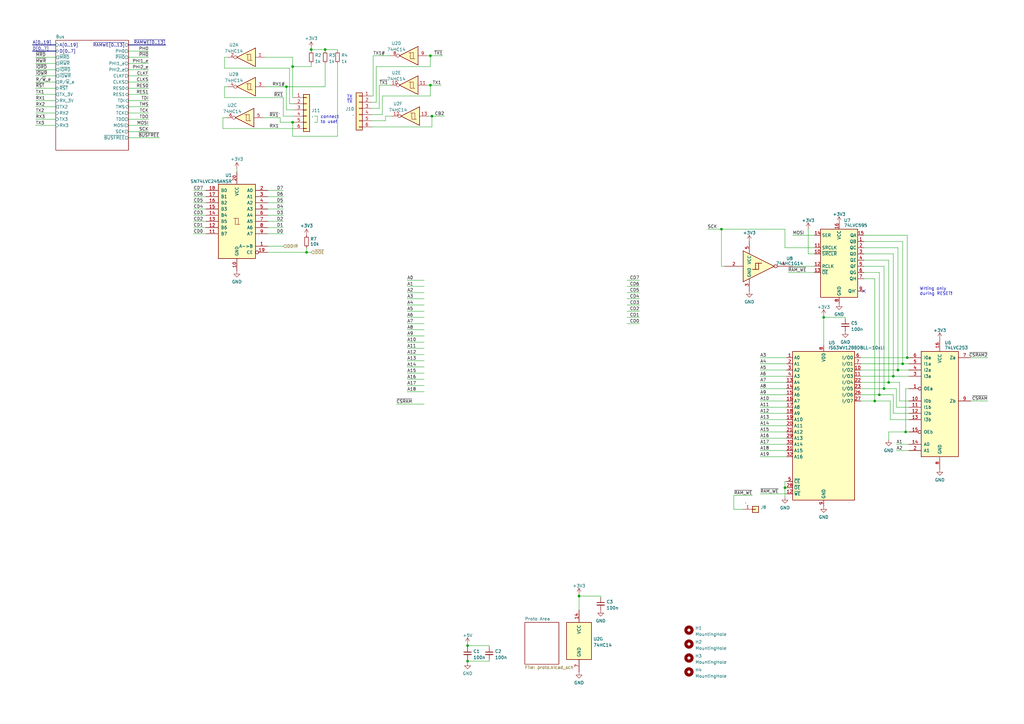
<source format=kicad_sch>
(kicad_sch (version 20230121) (generator eeschema)
  (paper "A3")
  (title_block (title "Unicomp v2 - empty Board") (date "2023-07-06") (rev "v1") (company "100% Offner") (comment 1 "v1: Initial"))
  (lib_symbols
    (symbol "+3V3_1" (power) (pin_names (offset 0))
      (property "Value" "+3V3_1" (at 0 3.556 0))
      (symbol "+3V3_1_0_1"
        (polyline (pts (xy -0.762 1.27) (xy 0 2.54)))
        (polyline (pts (xy 0 0) (xy 0 2.54)))
        (polyline (pts (xy 0 2.54) (xy 0.762 1.27)))
      )
      (symbol "+3V3_1_1_1"
        (pin power_in line (at 0 0 90) (length 0) hide (name "+3V3") (number "1"))
      )
    )
    (symbol "74xGxx:74AHC1G14"
      (property "Reference" "U" (at -2.54 3.81 0))
      (property "Value" "74AHC1G14" (at 0 -3.81 0))
      (symbol "74AHC1G14_0_1"
        (polyline (pts (xy -2.54 -1.27) (xy -1.27 -1.27) (xy -1.27 1.27)) (stroke (width 0.254)) (fill (type background)))
        (polyline (pts (xy -7.62 6.35) (xy -7.62 -6.35) (xy 5.08 0) (xy -7.62 6.35)) (stroke (width 0.254)) (fill (type background)))
        (polyline (pts (xy -3.81 -1.27) (xy -2.54 -1.27) (xy -2.54 1.27) (xy 0 1.27)) (stroke (width 0.254)) (fill (type background)))
      )
      (symbol "74AHC1G14_1_1"
        (pin input line (at -15.24 0 0) (length 7.62) (name "~") (number "2"))
        (pin power_in line (at -5.08 -10.16 90) (length 5.08) (name "GND") (number "3"))
        (pin output inverted (at 12.7 0 180) (length 7.62) (name "~") (number "4"))
        (pin power_in line (at -5.08 10.16 270) (length 5.08) (name "VCC") (number "5"))
      )
    )
    (symbol "74xx:74HC14" (pin_names (offset 1.016))
      (property "Reference" "U" (at 0 1.27 0))
      (property "Value" "74HC14" (at 0 -1.27 0))
      (symbol "74HC14_1_0"
        (polyline (pts (xy -3.81 3.81) (xy -3.81 -3.81) (xy 3.81 0) (xy -3.81 3.81)) (stroke (width 0.254)) (fill (type background)))
        (pin input line (at -7.62 0 0) (length 3.81) (name "~") (number "1"))
        (pin output inverted (at 7.62 0 180) (length 3.81) (name "~") (number "2"))
      )
      (symbol "74HC14_1_1"
        (polyline (pts (xy -1.905 -1.27) (xy -1.905 1.27) (xy -0.635 1.27)))
        (polyline (pts (xy -2.54 -1.27) (xy -0.635 -1.27) (xy -0.635 1.27) (xy 0 1.27)))
      )
      (symbol "74HC14_2_0"
        (polyline (pts (xy -3.81 3.81) (xy -3.81 -3.81) (xy 3.81 0) (xy -3.81 3.81)) (stroke (width 0.254)) (fill (type background)))
        (pin input line (at -7.62 0 0) (length 3.81) (name "~") (number "3"))
        (pin output inverted (at 7.62 0 180) (length 3.81) (name "~") (number "4"))
      )
      (symbol "74HC14_2_1"
        (polyline (pts (xy -1.905 -1.27) (xy -1.905 1.27) (xy -0.635 1.27)))
        (polyline (pts (xy -2.54 -1.27) (xy -0.635 -1.27) (xy -0.635 1.27) (xy 0 1.27)))
      )
      (symbol "74HC14_3_0"
        (polyline (pts (xy -3.81 3.81) (xy -3.81 -3.81) (xy 3.81 0) (xy -3.81 3.81)) (stroke (width 0.254)) (fill (type background)))
        (pin input line (at -7.62 0 0) (length 3.81) (name "~") (number "5"))
        (pin output inverted (at 7.62 0 180) (length 3.81) (name "~") (number "6"))
      )
      (symbol "74HC14_3_1"
        (polyline (pts (xy -1.905 -1.27) (xy -1.905 1.27) (xy -0.635 1.27)))
        (polyline (pts (xy -2.54 -1.27) (xy -0.635 -1.27) (xy -0.635 1.27) (xy 0 1.27)))
      )
      (symbol "74HC14_4_0"
        (polyline (pts (xy -3.81 3.81) (xy -3.81 -3.81) (xy 3.81 0) (xy -3.81 3.81)) (stroke (width 0.254)) (fill (type background)))
        (pin output inverted (at 7.62 0 180) (length 3.81) (name "~") (number "8"))
        (pin input line (at -7.62 0 0) (length 3.81) (name "~") (number "9"))
      )
      (symbol "74HC14_4_1"
        (polyline (pts (xy -1.905 -1.27) (xy -1.905 1.27) (xy -0.635 1.27)))
        (polyline (pts (xy -2.54 -1.27) (xy -0.635 -1.27) (xy -0.635 1.27) (xy 0 1.27)))
      )
      (symbol "74HC14_5_0"
        (polyline (pts (xy -3.81 3.81) (xy -3.81 -3.81) (xy 3.81 0) (xy -3.81 3.81)) (stroke (width 0.254)) (fill (type background)))
        (pin output inverted (at 7.62 0 180) (length 3.81) (name "~") (number "10"))
        (pin input line (at -7.62 0 0) (length 3.81) (name "~") (number "11"))
      )
      (symbol "74HC14_5_1"
        (polyline (pts (xy -1.905 -1.27) (xy -1.905 1.27) (xy -0.635 1.27)))
        (polyline (pts (xy -2.54 -1.27) (xy -0.635 -1.27) (xy -0.635 1.27) (xy 0 1.27)))
      )
      (symbol "74HC14_6_0"
        (polyline (pts (xy -3.81 3.81) (xy -3.81 -3.81) (xy 3.81 0) (xy -3.81 3.81)) (stroke (width 0.254)) (fill (type background)))
        (pin output inverted (at 7.62 0 180) (length 3.81) (name "~") (number "12"))
        (pin input line (at -7.62 0 0) (length 3.81) (name "~") (number "13"))
      )
      (symbol "74HC14_6_1"
        (polyline (pts (xy -1.905 -1.27) (xy -1.905 1.27) (xy -0.635 1.27)))
        (polyline (pts (xy -2.54 -1.27) (xy -0.635 -1.27) (xy -0.635 1.27) (xy 0 1.27)))
      )
      (symbol "74HC14_7_0"
        (pin power_in line (at 0 12.7 270) (length 5.08) (name "VCC") (number "14"))
        (pin power_in line (at 0 -12.7 90) (length 5.08) (name "GND") (number "7"))
      )
      (symbol "74HC14_7_1"
        (rectangle (start -5.08 7.62) (end 5.08 -7.62) (stroke (width 0.254)) (fill (type background)))
      )
    )
    (symbol "74xx:74LS245" (pin_names (offset 1.016))
      (property "Reference" "U" (at -7.62 16.51 0))
      (property "Value" "74LS245" (at -7.62 -16.51 0))
      (symbol "74LS245_1_0"
        (polyline (pts (xy -0.635 -1.27) (xy -0.635 1.27) (xy 0.635 1.27)))
        (polyline (pts (xy -1.27 -1.27) (xy 0.635 -1.27) (xy 0.635 1.27) (xy 1.27 1.27)))
        (pin input line (at -12.7 -10.16 0) (length 5.08) (name "A->B") (number "1"))
        (pin power_in line (at 0 -20.32 90) (length 5.08) (name "GND") (number "10"))
        (pin tri_state line (at 12.7 -5.08 180) (length 5.08) (name "B7") (number "11"))
        (pin tri_state line (at 12.7 -2.54 180) (length 5.08) (name "B6") (number "12"))
        (pin tri_state line (at 12.7 0 180) (length 5.08) (name "B5") (number "13"))
        (pin tri_state line (at 12.7 2.54 180) (length 5.08) (name "B4") (number "14"))
        (pin tri_state line (at 12.7 5.08 180) (length 5.08) (name "B3") (number "15"))
        (pin tri_state line (at 12.7 7.62 180) (length 5.08) (name "B2") (number "16"))
        (pin tri_state line (at 12.7 10.16 180) (length 5.08) (name "B1") (number "17"))
        (pin tri_state line (at 12.7 12.7 180) (length 5.08) (name "B0") (number "18"))
        (pin input inverted (at -12.7 -12.7 0) (length 5.08) (name "CE") (number "19"))
        (pin tri_state line (at -12.7 12.7 0) (length 5.08) (name "A0") (number "2"))
        (pin power_in line (at 0 20.32 270) (length 5.08) (name "VCC") (number "20"))
        (pin tri_state line (at -12.7 10.16 0) (length 5.08) (name "A1") (number "3"))
        (pin tri_state line (at -12.7 7.62 0) (length 5.08) (name "A2") (number "4"))
        (pin tri_state line (at -12.7 5.08 0) (length 5.08) (name "A3") (number "5"))
        (pin tri_state line (at -12.7 2.54 0) (length 5.08) (name "A4") (number "6"))
        (pin tri_state line (at -12.7 0 0) (length 5.08) (name "A5") (number "7"))
        (pin tri_state line (at -12.7 -2.54 0) (length 5.08) (name "A6") (number "8"))
        (pin tri_state line (at -12.7 -5.08 0) (length 5.08) (name "A7") (number "9"))
      )
      (symbol "74LS245_1_1"
        (rectangle (start -7.62 15.24) (end 7.62 -15.24) (stroke (width 0.254)) (fill (type background)))
      )
    )
    (symbol "74xx:74LS253" (pin_names (offset 1.016))
      (property "Reference" "U" (at -7.62 21.59 0))
      (property "Value" "74LS253" (at -7.62 -24.13 0))
      (symbol "74LS253_1_0"
        (pin input inverted (at -12.7 5.08 0) (length 5.08) (name "OEa") (number "1"))
        (pin input line (at -12.7 0 0) (length 5.08) (name "I0b") (number "10"))
        (pin input line (at -12.7 -2.54 0) (length 5.08) (name "I1b") (number "11"))
        (pin input line (at -12.7 -5.08 0) (length 5.08) (name "I2b") (number "12"))
        (pin input line (at -12.7 -7.62 0) (length 5.08) (name "I3b") (number "13"))
        (pin input line (at -12.7 -17.78 0) (length 5.08) (name "A0") (number "14"))
        (pin input inverted (at -12.7 -12.7 0) (length 5.08) (name "OEb") (number "15"))
        (pin power_in line (at 0 25.4 270) (length 5.08) (name "VCC") (number "16"))
        (pin input line (at -12.7 -20.32 0) (length 5.08) (name "A1") (number "2"))
        (pin input line (at -12.7 10.16 0) (length 5.08) (name "I3a") (number "3"))
        (pin input line (at -12.7 12.7 0) (length 5.08) (name "I2a") (number "4"))
        (pin input line (at -12.7 15.24 0) (length 5.08) (name "I1a") (number "5"))
        (pin input line (at -12.7 17.78 0) (length 5.08) (name "I0a") (number "6"))
        (pin tri_state line (at 12.7 17.78 180) (length 5.08) (name "Za") (number "7"))
        (pin power_in line (at 0 -27.94 90) (length 5.08) (name "GND") (number "8"))
        (pin tri_state line (at 12.7 0 180) (length 5.08) (name "Zb") (number "9"))
      )
      (symbol "74LS253_1_1"
        (rectangle (start -7.62 20.32) (end 7.62 -22.86) (stroke (width 0.254)) (fill (type background)))
      )
    )
    (symbol "74xx:74LS595"
      (property "Reference" "U" (at -7.62 13.97 0))
      (property "Value" "74LS595" (at -7.62 -16.51 0))
      (symbol "74LS595_1_0"
        (pin tri_state line (at 10.16 7.62 180) (length 2.54) (name "QB") (number "1"))
        (pin input line (at -10.16 2.54 0) (length 2.54) (name "~{SRCLR}") (number "10"))
        (pin input line (at -10.16 5.08 0) (length 2.54) (name "SRCLK") (number "11"))
        (pin input line (at -10.16 -2.54 0) (length 2.54) (name "RCLK") (number "12"))
        (pin input line (at -10.16 -5.08 0) (length 2.54) (name "~{OE}") (number "13"))
        (pin input line (at -10.16 10.16 0) (length 2.54) (name "SER") (number "14"))
        (pin tri_state line (at 10.16 10.16 180) (length 2.54) (name "QA") (number "15"))
        (pin power_in line (at 0 15.24 270) (length 2.54) (name "VCC") (number "16"))
        (pin tri_state line (at 10.16 5.08 180) (length 2.54) (name "QC") (number "2"))
        (pin tri_state line (at 10.16 2.54 180) (length 2.54) (name "QD") (number "3"))
        (pin tri_state line (at 10.16 0 180) (length 2.54) (name "QE") (number "4"))
        (pin tri_state line (at 10.16 -2.54 180) (length 2.54) (name "QF") (number "5"))
        (pin tri_state line (at 10.16 -5.08 180) (length 2.54) (name "QG") (number "6"))
        (pin tri_state line (at 10.16 -7.62 180) (length 2.54) (name "QH") (number "7"))
        (pin power_in line (at 0 -17.78 90) (length 2.54) (name "GND") (number "8"))
        (pin output line (at 10.16 -12.7 180) (length 2.54) (name "QH'") (number "9"))
      )
      (symbol "74LS595_1_1"
        (rectangle (start -7.62 12.7) (end 7.62 -15.24) (stroke (width 0.254)) (fill (type background)))
      )
    )
    (symbol "Connector_Generic:Conn_01x01" (pin_names (offset 1.016) hide)
      (property "Reference" "J" (at 0 2.54 0))
      (property "Value" "Conn_01x01" (at 0 -2.54 0))
      (symbol "Conn_01x01_1_1"
        (rectangle (start -1.27 0.127) (end 0 -0.127) (stroke (width 0.1524)))
        (rectangle (start -1.27 1.27) (end 1.27 -1.27) (stroke (width 0.254)) (fill (type background)))
        (pin passive line (at -5.08 0 0) (length 3.81) (name "Pin_1") (number "1"))
      )
    )
    (symbol "Connector_Generic:Conn_01x06" (pin_names (offset 1.016) hide)
      (property "Reference" "J" (at 0 7.62 0))
      (property "Value" "Conn_01x06" (at 0 -10.16 0))
      (symbol "Conn_01x06_1_1"
        (rectangle (start -1.27 -7.493) (end 0 -7.747) (stroke (width 0.1524)))
        (rectangle (start -1.27 -4.953) (end 0 -5.207) (stroke (width 0.1524)))
        (rectangle (start -1.27 -2.413) (end 0 -2.667) (stroke (width 0.1524)))
        (rectangle (start -1.27 0.127) (end 0 -0.127) (stroke (width 0.1524)))
        (rectangle (start -1.27 2.667) (end 0 2.413) (stroke (width 0.1524)))
        (rectangle (start -1.27 5.207) (end 0 4.953) (stroke (width 0.1524)))
        (rectangle (start -1.27 6.35) (end 1.27 -8.89) (stroke (width 0.254)) (fill (type background)))
        (pin passive line (at -5.08 5.08 0) (length 3.81) (name "Pin_1") (number "1"))
        (pin passive line (at -5.08 2.54 0) (length 3.81) (name "Pin_2") (number "2"))
        (pin passive line (at -5.08 0 0) (length 3.81) (name "Pin_3") (number "3"))
        (pin passive line (at -5.08 -2.54 0) (length 3.81) (name "Pin_4") (number "4"))
        (pin passive line (at -5.08 -5.08 0) (length 3.81) (name "Pin_5") (number "5"))
        (pin passive line (at -5.08 -7.62 0) (length 3.81) (name "Pin_6") (number "6"))
      )
    )
    (symbol "Device:C_Small" (pin_numbers hide) (pin_names (offset 0.254) hide)
      (property "Reference" "C" (at 0.254 1.778 0))
      (property "Value" "C_Small" (at 0.254 -2.032 0))
      (symbol "C_Small_0_1"
        (polyline (pts (xy -1.524 -0.508) (xy 1.524 -0.508)) (stroke (width 0.3302)))
        (polyline (pts (xy -1.524 0.508) (xy 1.524 0.508)) (stroke (width 0.3048)))
      )
      (symbol "C_Small_1_1"
        (pin passive line (at 0 2.54 270) (length 2.032) (name "~") (number "1"))
        (pin passive line (at 0 -2.54 90) (length 2.032) (name "~") (number "2"))
      )
    )
    (symbol "Device:R_Small" (pin_numbers hide) (pin_names (offset 0.254) hide)
      (property "Reference" "R" (at 0.762 0.508 0))
      (property "Value" "R_Small" (at 0.762 -1.016 0))
      (symbol "R_Small_0_1"
        (rectangle (start -0.762 1.778) (end 0.762 -1.778) (stroke (width 0.2032)))
      )
      (symbol "R_Small_1_1"
        (pin passive line (at 0 2.54 270) (length 0.762) (name "~") (number "1"))
        (pin passive line (at 0 -2.54 90) (length 0.762) (name "~") (number "2"))
      )
    )
    (symbol "Mechanical:MountingHole" (pin_names (offset 1.016))
      (property "Reference" "H" (at 0 5.08 0))
      (property "Value" "MountingHole" (at 0 3.175 0))
      (symbol "MountingHole_0_1"
        (circle (center 0 0) (radius 1.27) (stroke (width 1.27)))
      )
    )
    (symbol "my_ics_new:IS63WV1288DBLL-10xLI"
      (property "Reference" "U" (at -10.16 31.75 0))
      (property "Value" "IS63WV1288DBLL-10xLI" (at 12.7 31.75 0))
      (symbol "IS63WV1288DBLL-10xLI_0_1"
        (rectangle (start -12.7 30.48) (end 12.7 -30.48) (stroke (width 0.254)) (fill (type background)))
      )
      (symbol "IS63WV1288DBLL-10xLI_1_1"
        (pin input line (at -15.24 27.94 0) (length 2.54) (name "A0") (number "1"))
        (pin bidirectional line (at 15.24 22.86 180) (length 2.54) (name "I/O2") (number "10"))
        (pin bidirectional line (at 15.24 20.32 180) (length 2.54) (name "I/O3") (number "11"))
        (pin input line (at -15.24 -27.94 0) (length 2.54) (name "~{WE}") (number "12"))
        (pin input line (at -15.24 17.78 0) (length 2.54) (name "A4") (number "13"))
        (pin input line (at -15.24 15.24 0) (length 2.54) (name "A5") (number "14"))
        (pin input line (at -15.24 12.7 0) (length 2.54) (name "A6") (number "15"))
        (pin input line (at -15.24 10.16 0) (length 2.54) (name "A7") (number "16"))
        (pin input line (at -15.24 7.62 0) (length 2.54) (name "A8") (number "17"))
        (pin input line (at -15.24 5.08 0) (length 2.54) (name "A9") (number "18"))
        (pin input line (at -15.24 2.54 0) (length 2.54) (name "A10") (number "19"))
        (pin input line (at -15.24 25.4 0) (length 2.54) (name "A1") (number "2"))
        (pin input line (at -15.24 0 0) (length 2.54) (name "A11") (number "20"))
        (pin input line (at -15.24 -2.54 0) (length 2.54) (name "A12") (number "21"))
        (pin bidirectional line (at 15.24 17.78 180) (length 2.54) (name "I/O4") (number "22"))
        (pin bidirectional line (at 15.24 15.24 180) (length 2.54) (name "I/O5") (number "23"))
        (pin passive line (at 0 33.02 270) (length 2.54) hide (name "VDD") (number "24"))
        (pin passive line (at 0 -33.02 90) (length 2.54) hide (name "GND") (number "25"))
        (pin bidirectional line (at 15.24 12.7 180) (length 2.54) (name "I/O6") (number "26"))
        (pin bidirectional line (at 15.24 10.16 180) (length 2.54) (name "I/O7") (number "27"))
        (pin input line (at -15.24 -25.4 0) (length 2.54) (name "~{OE}") (number "28"))
        (pin input line (at -15.24 -5.08 0) (length 2.54) (name "A13") (number "29"))
        (pin input line (at -15.24 22.86 0) (length 2.54) (name "A2") (number "3"))
        (pin input line (at -15.24 -7.62 0) (length 2.54) (name "A14") (number "30"))
        (pin input line (at -15.24 -10.16 0) (length 2.54) (name "A15") (number "31"))
        (pin input line (at -15.24 -12.7 0) (length 2.54) (name "A16") (number "32"))
        (pin input line (at -15.24 20.32 0) (length 2.54) (name "A3") (number "4"))
        (pin input line (at -15.24 -22.86 0) (length 2.54) (name "~{CE}") (number "5"))
        (pin bidirectional line (at 15.24 27.94 180) (length 2.54) (name "I/O0") (number "6"))
        (pin bidirectional line (at 15.24 25.4 180) (length 2.54) (name "I/O1") (number "7"))
        (pin power_in line (at 0 33.02 270) (length 2.54) (name "VDD") (number "8"))
        (pin power_in line (at 0 -33.02 90) (length 2.54) (name "GND") (number "9"))
      )
    )
    (symbol "power:+3V3" (power) (pin_names (offset 0))
      (property "Value" "+3V3" (at 0 3.556 0))
      (symbol "+3V3_0_1"
        (polyline (pts (xy -0.762 1.27) (xy 0 2.54)))
        (polyline (pts (xy 0 0) (xy 0 2.54)))
        (polyline (pts (xy 0 2.54) (xy 0.762 1.27)))
      )
      (symbol "+3V3_1_1"
        (pin power_in line (at 0 0 90) (length 0) hide (name "+3V3") (number "1"))
      )
    )
    (symbol "power:+5V" (power) (pin_names (offset 0))
      (property "Value" "+5V" (at 0 3.556 0))
      (symbol "+5V_0_1"
        (polyline (pts (xy -0.762 1.27) (xy 0 2.54)))
        (polyline (pts (xy 0 0) (xy 0 2.54)))
        (polyline (pts (xy 0 2.54) (xy 0.762 1.27)))
      )
      (symbol "+5V_1_1"
        (pin power_in line (at 0 0 90) (length 0) hide (name "+5V") (number "1"))
      )
    )
    (symbol "power:GND" (power) (pin_names (offset 0))
      (property "Value" "GND" (at 0 -3.81 0))
      (symbol "GND_0_1"
        (polyline (pts (xy 0 0) (xy 0 -1.27) (xy 1.27 -1.27) (xy 0 -2.54) (xy -1.27 -1.27) (xy 0 -1.27)))
      )
      (symbol "GND_1_1"
        (pin power_in line (at 0 0 270) (length 0) hide (name "GND") (number "1"))
      )
    )
  )
  (junction (at 176.53 22.86))
  (junction (at 120.015 27.305))
  (junction (at 372.11 146.685))
  (junction (at 125.73 103.505))
  (junction (at 176.53 34.925))
  (junction (at 295.91 93.98))
  (junction (at 127.635 20.32))
  (junction (at 133.35 20.32))
  (junction (at 237.49 244.475))
  (junction (at 337.82 130.175))
  (junction (at 370.205 149.225))
  (junction (at 371.475 177.165))
  (junction (at 368.3 151.765))
  (junction (at 362.585 159.385))
  (junction (at 360.68 161.925))
  (junction (at 191.77 264.795))
  (junction (at 120.015 50.165))
  (junction (at 364.49 156.845))
  (junction (at 321.945 200.025))
  (junction (at 358.775 164.465))
  (junction (at 117.475 35.56))
  (junction (at 366.395 154.305))
  (junction (at 177.165 47.625))
  (junction (at 191.77 271.145))
  (no_connect (at 354.33 119.38))
  (wire (pts (xy 331.47 93.98) (xy 331.47 104.14)))
  (wire (pts (xy 353.06 146.685) (xy 372.11 146.685)))
  (wire (pts (xy 116.205 83.185) (xy 109.855 83.185)))
  (wire (pts (xy 167.005 137.795) (xy 173.99 137.795)))
  (wire (pts (xy 200.66 264.795) (xy 200.66 265.43)))
  (wire (pts (xy 92.075 27.94) (xy 92.075 23.495)))
  (wire (pts (xy 84.455 85.725) (xy 79.375 85.725)))
  (wire (pts (xy 156.845 46.99) (xy 156.845 39.37)))
  (wire (pts (xy 14.605 31.115) (xy 22.86 31.115)))
  (wire (pts (xy 158.115 47.625) (xy 158.115 49.53)))
  (wire (pts (xy 52.705 43.815) (xy 60.96 43.815)))
  (bus (pts (xy 52.705 18.415) (xy 67.945 18.415)))
  (wire (pts (xy 158.115 49.53) (xy 152.4 49.53)))
  (wire (pts (xy 311.785 151.765) (xy 322.58 151.765)))
  (wire (pts (xy 337.82 130.175) (xy 337.82 141.605)))
  (wire (pts (xy 128.905 50.165) (xy 130.175 50.165)))
  (wire (pts (xy 120.015 23.495) (xy 120.015 27.305)))
  (wire (pts (xy 353.06 156.845) (xy 364.49 156.845)))
  (wire (pts (xy 116.205 88.265) (xy 109.855 88.265)))
  (wire (pts (xy 372.745 167.005) (xy 367.665 167.005)))
  (wire (pts (xy 127.635 27.305) (xy 120.015 27.305)))
  (wire (pts (xy 398.145 164.465) (xy 405.13 164.465)))
  (wire (pts (xy 366.395 161.925) (xy 366.395 169.545)))
  (wire (pts (xy 372.745 164.465) (xy 368.935 164.465)))
  (wire (pts (xy 311.785 146.685) (xy 322.58 146.685)))
  (wire (pts (xy 372.745 159.385) (xy 371.475 159.385)))
  (wire (pts (xy 177.165 47.625) (xy 175.895 47.625)))
  (wire (pts (xy 372.11 96.52) (xy 372.11 146.685)))
  (wire (pts (xy 108.585 35.56) (xy 117.475 35.56)))
  (wire (pts (xy 130.175 47.625) (xy 130.175 50.165)))
  (wire (pts (xy 109.855 103.505) (xy 125.73 103.505)))
  (wire (pts (xy 52.705 36.195) (xy 60.96 36.195)))
  (wire (pts (xy 191.77 271.78) (xy 191.77 271.145)))
  (wire (pts (xy 120.65 42.545) (xy 118.745 42.545)))
  (wire (pts (xy 153.035 39.37) (xy 152.4 39.37)))
  (wire (pts (xy 191.77 271.145) (xy 200.66 271.145)))
  (wire (pts (xy 52.705 56.515) (xy 65.405 56.515)))
  (wire (pts (xy 177.165 47.625) (xy 182.245 47.625)))
  (wire (pts (xy 368.3 151.765) (xy 372.745 151.765)))
  (wire (pts (xy 354.33 109.22) (xy 362.585 109.22)))
  (wire (pts (xy 154.305 27.305) (xy 176.53 27.305)))
  (wire (pts (xy 138.43 20.32) (xy 138.43 20.955)))
  (wire (pts (xy 353.06 149.225) (xy 370.205 149.225)))
  (wire (pts (xy 162.56 165.735) (xy 173.99 165.735)))
  (wire (pts (xy 295.91 93.98) (xy 295.91 109.22)))
  (wire (pts (xy 84.455 83.185) (xy 79.375 83.185)))
  (wire (pts (xy 52.705 20.955) (xy 60.96 20.955)))
  (wire (pts (xy 114.935 50.165) (xy 120.015 50.165)))
  (wire (pts (xy 323.215 111.76) (xy 334.01 111.76)))
  (wire (pts (xy 372.745 172.085) (xy 365.125 172.085)))
  (wire (pts (xy 52.705 28.575) (xy 60.96 28.575)))
  (wire (pts (xy 372.11 146.685) (xy 372.745 146.685)))
  (wire (pts (xy 353.06 151.765) (xy 368.3 151.765)))
  (wire (pts (xy 360.68 161.925) (xy 366.395 161.925)))
  (wire (pts (xy 84.455 93.345) (xy 79.375 93.345)))
  (wire (pts (xy 160.02 22.86) (xy 153.035 22.86)))
  (wire (pts (xy 370.205 149.225) (xy 372.745 149.225)))
  (wire (pts (xy 14.605 46.355) (xy 22.86 46.355)))
  (wire (pts (xy 311.785 149.225) (xy 322.58 149.225)))
  (wire (pts (xy 321.945 93.98) (xy 295.91 93.98)))
  (wire (pts (xy 120.65 52.705) (xy 91.44 52.705)))
  (wire (pts (xy 52.705 51.435) (xy 60.96 51.435)))
  (wire (pts (xy 257.175 114.935) (xy 262.255 114.935)))
  (wire (pts (xy 167.005 158.115) (xy 173.99 158.115)))
  (wire (pts (xy 311.785 156.845) (xy 322.58 156.845)))
  (wire (pts (xy 167.005 153.035) (xy 173.99 153.035)))
  (wire (pts (xy 155.575 44.45) (xy 152.4 44.45)))
  (wire (pts (xy 153.035 22.86) (xy 153.035 39.37)))
  (wire (pts (xy 353.06 161.925) (xy 360.68 161.925)))
  (wire (pts (xy 118.745 42.545) (xy 118.745 27.94)))
  (wire (pts (xy 156.845 39.37) (xy 176.53 39.37)))
  (wire (pts (xy 176.53 34.925) (xy 180.975 34.925)))
  (wire (pts (xy 14.605 41.275) (xy 22.86 41.275)))
  (wire (pts (xy 116.205 40.005) (xy 92.075 40.005)))
  (wire (pts (xy 167.005 140.335) (xy 173.99 140.335)))
  (wire (pts (xy 116.205 95.885) (xy 109.855 95.885)))
  (wire (pts (xy 358.775 164.465) (xy 365.125 164.465)))
  (wire (pts (xy 107.95 48.26) (xy 114.935 48.26)))
  (wire (pts (xy 311.785 161.925) (xy 322.58 161.925)))
  (wire (pts (xy 152.4 46.99) (xy 156.845 46.99)))
  (wire (pts (xy 311.785 174.625) (xy 322.58 174.625)))
  (wire (pts (xy 14.605 51.435) (xy 22.86 51.435)))
  (wire (pts (xy 167.005 142.875) (xy 173.99 142.875)))
  (wire (pts (xy 311.785 169.545) (xy 322.58 169.545)))
  (wire (pts (xy 92.075 23.495) (xy 93.345 23.495)))
  (wire (pts (xy 300.99 208.915) (xy 300.99 203.2)))
  (wire (pts (xy 191.77 264.16) (xy 191.77 264.795)))
  (wire (pts (xy 167.005 135.255) (xy 173.99 135.255)))
  (wire (pts (xy 127.635 103.505) (xy 125.73 103.505)))
  (wire (pts (xy 154.305 41.91) (xy 154.305 27.305)))
  (wire (pts (xy 133.35 35.56) (xy 117.475 35.56)))
  (wire (pts (xy 84.455 80.645) (xy 79.375 80.645)))
  (wire (pts (xy 360.68 111.76) (xy 360.68 161.925)))
  (wire (pts (xy 120.015 40.005) (xy 120.65 40.005)))
  (wire (pts (xy 117.475 35.56) (xy 117.475 45.085)))
  (wire (pts (xy 367.665 167.005) (xy 367.665 159.385)))
  (wire (pts (xy 84.455 95.885) (xy 79.375 95.885)))
  (wire (pts (xy 337.82 129.54) (xy 337.82 130.175)))
  (wire (pts (xy 311.785 187.325) (xy 322.58 187.325)))
  (wire (pts (xy 155.575 34.925) (xy 155.575 44.45)))
  (wire (pts (xy 371.475 159.385) (xy 371.475 177.165)))
  (wire (pts (xy 176.53 22.86) (xy 175.26 22.86)))
  (wire (pts (xy 127.635 20.32) (xy 133.35 20.32)))
  (wire (pts (xy 311.785 184.785) (xy 322.58 184.785)))
  (wire (pts (xy 311.785 172.085) (xy 322.58 172.085)))
  (wire (pts (xy 14.605 33.655) (xy 22.86 33.655)))
  (wire (pts (xy 52.705 26.035) (xy 60.96 26.035)))
  (wire (pts (xy 365.125 172.085) (xy 365.125 164.465)))
  (wire (pts (xy 167.005 145.415) (xy 173.99 145.415)))
  (wire (pts (xy 297.18 109.22) (xy 295.91 109.22)))
  (bus (pts (xy 22.86 18.415) (xy 13.335 18.415)))
  (wire (pts (xy 321.945 200.025) (xy 321.945 203.835)))
  (wire (pts (xy 116.205 93.345) (xy 109.855 93.345)))
  (wire (pts (xy 370.205 99.06) (xy 370.205 149.225)))
  (wire (pts (xy 167.005 132.715) (xy 173.99 132.715)))
  (wire (pts (xy 364.49 156.845) (xy 368.935 156.845)))
  (wire (pts (xy 354.33 114.3) (xy 358.775 114.3)))
  (wire (pts (xy 138.43 55.88) (xy 120.015 55.88)))
  (wire (pts (xy 290.195 93.98) (xy 295.91 93.98)))
  (wire (pts (xy 358.775 114.3) (xy 358.775 164.465)))
  (wire (pts (xy 311.785 167.005) (xy 322.58 167.005)))
  (wire (pts (xy 116.205 80.645) (xy 109.855 80.645)))
  (wire (pts (xy 52.705 48.895) (xy 60.96 48.895)))
  (wire (pts (xy 92.075 40.005) (xy 92.075 35.56)))
  (wire (pts (xy 91.44 52.705) (xy 91.44 48.26)))
  (wire (pts (xy 177.165 52.07) (xy 177.165 47.625)))
  (wire (pts (xy 116.205 78.105) (xy 109.855 78.105)))
  (wire (pts (xy 52.705 33.655) (xy 60.96 33.655)))
  (wire (pts (xy 354.33 111.76) (xy 360.68 111.76)))
  (wire (pts (xy 116.205 100.965) (xy 109.855 100.965)))
  (wire (pts (xy 84.455 88.265) (xy 79.375 88.265)))
  (wire (pts (xy 354.33 104.14) (xy 366.395 104.14)))
  (wire (pts (xy 371.475 177.165) (xy 372.745 177.165)))
  (wire (pts (xy 167.005 117.475) (xy 173.99 117.475)))
  (wire (pts (xy 366.395 169.545) (xy 372.745 169.545)))
  (wire (pts (xy 304.8 208.915) (xy 300.99 208.915)))
  (wire (pts (xy 364.49 177.165) (xy 371.475 177.165)))
  (wire (pts (xy 14.605 36.195) (xy 22.86 36.195)))
  (wire (pts (xy 237.49 243.84) (xy 237.49 244.475)))
  (wire (pts (xy 257.175 132.715) (xy 262.255 132.715)))
  (wire (pts (xy 52.705 41.275) (xy 60.96 41.275)))
  (wire (pts (xy 133.35 20.32) (xy 138.43 20.32)))
  (wire (pts (xy 321.945 101.6) (xy 334.01 101.6)))
  (wire (pts (xy 364.49 177.165) (xy 364.49 180.34)))
  (wire (pts (xy 160.02 34.925) (xy 155.575 34.925)))
  (wire (pts (xy 311.785 177.165) (xy 322.58 177.165)))
  (wire (pts (xy 321.945 93.98) (xy 321.945 101.6)))
  (wire (pts (xy 257.175 125.095) (xy 262.255 125.095)))
  (wire (pts (xy 367.665 182.245) (xy 372.745 182.245)))
  (wire (pts (xy 167.005 150.495) (xy 173.99 150.495)))
  (wire (pts (xy 97.155 69.215) (xy 97.155 70.485)))
  (wire (pts (xy 362.585 109.22) (xy 362.585 159.385)))
  (wire (pts (xy 152.4 41.91) (xy 154.305 41.91)))
  (wire (pts (xy 311.785 179.705) (xy 322.58 179.705)))
  (wire (pts (xy 257.175 130.175) (xy 262.255 130.175)))
  (wire (pts (xy 200.66 270.51) (xy 200.66 271.145)))
  (wire (pts (xy 167.005 125.095) (xy 173.99 125.095)))
  (wire (pts (xy 52.705 53.975) (xy 60.96 53.975)))
  (wire (pts (xy 167.005 147.955) (xy 173.99 147.955)))
  (wire (pts (xy 167.005 160.655) (xy 173.99 160.655)))
  (wire (pts (xy 116.205 47.625) (xy 116.205 40.005)))
  (wire (pts (xy 120.015 27.305) (xy 120.015 40.005)))
  (wire (pts (xy 14.605 28.575) (xy 22.86 28.575)))
  (wire (pts (xy 257.175 120.015) (xy 262.255 120.015)))
  (wire (pts (xy 167.005 130.175) (xy 173.99 130.175)))
  (wire (pts (xy 127.635 19.685) (xy 127.635 20.32)))
  (wire (pts (xy 398.145 146.685) (xy 405.13 146.685)))
  (wire (pts (xy 133.35 20.32) (xy 133.35 20.955)))
  (wire (pts (xy 133.35 26.035) (xy 133.35 35.56)))
  (wire (pts (xy 366.395 104.14) (xy 366.395 154.305)))
  (wire (pts (xy 353.06 154.305) (xy 366.395 154.305)))
  (wire (pts (xy 52.705 38.735) (xy 60.96 38.735)))
  (wire (pts (xy 14.605 43.815) (xy 22.86 43.815)))
  (wire (pts (xy 108.585 23.495) (xy 120.015 23.495)))
  (wire (pts (xy 325.12 96.52) (xy 334.01 96.52)))
  (wire (pts (xy 368.935 164.465) (xy 368.935 156.845)))
  (wire (pts (xy 346.71 130.175) (xy 346.71 130.81)))
  (wire (pts (xy 14.605 38.735) (xy 22.86 38.735)))
  (wire (pts (xy 191.77 264.795) (xy 191.77 265.43)))
  (wire (pts (xy 120.015 50.165) (xy 120.65 50.165)))
  (wire (pts (xy 120.015 55.88) (xy 120.015 50.165)))
  (wire (pts (xy 84.455 78.105) (xy 79.375 78.105)))
  (wire (pts (xy 14.605 23.495) (xy 22.86 23.495)))
  (wire (pts (xy 300.99 203.2) (xy 308.61 203.2)))
  (wire (pts (xy 14.605 26.035) (xy 22.86 26.035)))
  (wire (pts (xy 237.49 244.475) (xy 237.49 250.19)))
  (wire (pts (xy 152.4 52.07) (xy 177.165 52.07)))
  (wire (pts (xy 311.785 159.385) (xy 322.58 159.385)))
  (wire (pts (xy 118.745 27.94) (xy 92.075 27.94)))
  (wire (pts (xy 321.945 200.025) (xy 322.58 200.025)))
  (wire (pts (xy 167.005 127.635) (xy 173.99 127.635)))
  (wire (pts (xy 125.73 101.6) (xy 125.73 103.505)))
  (wire (pts (xy 311.785 182.245) (xy 322.58 182.245)))
  (wire (pts (xy 257.175 122.555) (xy 262.255 122.555)))
  (wire (pts (xy 116.205 85.725) (xy 109.855 85.725)))
  (wire (pts (xy 167.005 155.575) (xy 173.99 155.575)))
  (wire (pts (xy 167.005 120.015) (xy 173.99 120.015)))
  (wire (pts (xy 311.785 164.465) (xy 322.58 164.465)))
  (wire (pts (xy 321.945 197.485) (xy 321.945 200.025)))
  (wire (pts (xy 114.935 48.26) (xy 114.935 50.165)))
  (wire (pts (xy 246.38 244.475) (xy 246.38 245.11)))
  (wire (pts (xy 127.635 26.035) (xy 127.635 27.305)))
  (wire (pts (xy 138.43 26.035) (xy 138.43 55.88)))
  (wire (pts (xy 311.785 154.305) (xy 322.58 154.305)))
  (wire (pts (xy 353.06 164.465) (xy 358.775 164.465)))
  (wire (pts (xy 367.665 184.785) (xy 372.745 184.785)))
  (wire (pts (xy 160.655 47.625) (xy 158.115 47.625)))
  (wire (pts (xy 167.005 114.935) (xy 173.99 114.935)))
  (wire (pts (xy 331.47 104.14) (xy 334.01 104.14)))
  (wire (pts (xy 120.65 47.625) (xy 116.205 47.625)))
  (wire (pts (xy 84.455 90.805) (xy 79.375 90.805)))
  (wire (pts (xy 92.075 35.56) (xy 93.345 35.56)))
  (wire (pts (xy 52.705 23.495) (xy 60.96 23.495)))
  (wire (pts (xy 167.005 122.555) (xy 173.99 122.555)))
  (wire (pts (xy 237.49 244.475) (xy 246.38 244.475)))
  (bus (pts (xy 22.86 20.955) (xy 13.335 20.955)))
  (wire (pts (xy 311.785 202.565) (xy 322.58 202.565)))
  (wire (pts (xy 366.395 154.305) (xy 372.745 154.305)))
  (wire (pts (xy 354.33 101.6) (xy 368.3 101.6)))
  (wire (pts (xy 257.175 117.475) (xy 262.255 117.475)))
  (wire (pts (xy 127.635 20.32) (xy 127.635 20.955)))
  (wire (pts (xy 116.205 90.805) (xy 109.855 90.805)))
  (wire (pts (xy 128.905 47.625) (xy 130.175 47.625)))
  (wire (pts (xy 337.82 130.175) (xy 346.71 130.175)))
  (wire (pts (xy 52.705 46.355) (xy 60.96 46.355)))
  (wire (pts (xy 364.49 106.68) (xy 364.49 156.845)))
  (wire (pts (xy 52.705 31.115) (xy 60.96 31.115)))
  (wire (pts (xy 176.53 34.925) (xy 175.26 34.925)))
  (wire (pts (xy 191.77 271.145) (xy 191.77 270.51)))
  (wire (pts (xy 368.3 101.6) (xy 368.3 151.765)))
  (wire (pts (xy 362.585 159.385) (xy 367.665 159.385)))
  (wire (pts (xy 353.06 159.385) (xy 362.585 159.385)))
  (wire (pts (xy 191.77 264.795) (xy 200.66 264.795)))
  (wire (pts (xy 354.33 106.68) (xy 364.49 106.68)))
  (wire (pts (xy 354.33 99.06) (xy 370.205 99.06)))
  (wire (pts (xy 176.53 39.37) (xy 176.53 34.925)))
  (wire (pts (xy 14.605 48.895) (xy 22.86 48.895)))
  (wire (pts (xy 91.44 48.26) (xy 92.71 48.26)))
  (wire (pts (xy 257.175 127.635) (xy 262.255 127.635)))
  (wire (pts (xy 354.33 96.52) (xy 372.11 96.52)))
  (wire (pts (xy 176.53 22.86) (xy 181.61 22.86)))
  (wire (pts (xy 325.12 109.22) (xy 334.01 109.22)))
  (wire (pts (xy 117.475 45.085) (xy 120.65 45.085)))
  (wire (pts (xy 321.945 197.485) (xy 322.58 197.485)))
  (wire (pts (xy 176.53 27.305) (xy 176.53 22.86)))
  (text "Wrting only\nduring RESET!" (at 377.19 121.285 0) (effects (font (size 1.27 1.27)) (justify left bottom)))
  (text "connect\nto use!" (at 131.445 50.8 0) (effects (font (size 1.27 1.27)) (justify left bottom)))
  (text "TX\n~{TX}" (at 142.24 42.545 0) (effects (font (size 1.27 1.27)) (justify left bottom)))
  (label "~{IOWR}" (at 14.605 31.115 0))
  (label "TX1#" (at 153.035 22.86 0))
  (label "~{TX1}" (at 181.61 22.86 180))
  (label "A18" (at 167.005 160.655 0))
  (label "~{RAM_WE}" (at 311.785 202.565 0))
  (label "A9" (at 167.005 137.795 0))
  (label "A8" (at 167.005 135.255 0))
  (label "A1" (at 167.005 117.475 0))
  (label "PHI2_e" (at 60.96 28.575 180))
  (label "RX1#" (at 116.84 35.56 180))
  (label "D3" (at 116.205 88.265 180))
  (label "PH0" (at 60.96 20.955 180))
  (label "CD6" (at 262.255 117.475 180))
  (label "A1" (at 367.665 182.245 0))
  (label "TX2" (at 14.605 46.355 0))
  (label "A4" (at 311.785 149.225 0))
  (label "TX3" (at 14.605 51.435 0))
  (label "CLKS" (at 60.96 33.655 180))
  (label "CD0" (at 262.255 132.715 180))
  (label "SCK" (at 60.96 53.975 180))
  (label "A13" (at 311.785 172.085 0))
  (label "RX1" (at 110.49 52.705 0))
  (label "A3" (at 311.785 146.685 0))
  (label "A0" (at 167.005 114.935 0))
  (label "~{RAM_WE}" (at 308.61 203.2 180))
  (label "A17" (at 311.785 182.245 0))
  (label "TDI" (at 60.96 41.275 180))
  (label "~{RST}" (at 14.605 36.195 0))
  (label "R{slash}~{W}_e" (at 14.605 33.655 0))
  (label "~{PH0}" (at 60.96 23.495 180))
  (label "CLKF" (at 60.96 31.115 180))
  (label "~{RX1}" (at 116.205 40.005 180))
  (label "CD3" (at 262.255 125.095 180))
  (label "D0" (at 116.205 95.885 180))
  (label "A14" (at 311.785 174.625 0))
  (label "~{CSRAM}" (at 162.56 165.735 0))
  (label "~{IORD}" (at 14.605 28.575 0))
  (label "~{RX1}'" (at 114.935 48.26 180))
  (label "A10" (at 311.785 164.465 0))
  (label "CD1" (at 79.375 93.345 0))
  (label "CD2" (at 79.375 90.805 0))
  (label "RX3" (at 14.605 48.895 0))
  (label "SCK" (at 290.195 93.98 0))
  (label "A10" (at 167.005 140.335 0))
  (label "D7" (at 116.205 78.105 180))
  (label "RES1" (at 60.96 38.735 180))
  (label "A13" (at 167.005 147.955 0))
  (label "CD7" (at 79.375 78.105 0))
  (label "A2" (at 167.005 120.015 0))
  (label "TDO" (at 60.96 48.895 180))
  (label "MOSI" (at 60.96 51.435 180))
  (label "CB2" (at 182.245 47.625 180))
  (label "A5" (at 167.005 127.635 0))
  (label "A14" (at 167.005 150.495 0))
  (label "D1" (at 116.205 93.345 180))
  (label "A6" (at 311.785 154.305 0))
  (label "A7" (at 311.785 156.845 0))
  (label "RES0" (at 60.96 36.195 180))
  (label "~{RAM_WE}" (at 323.215 111.76 0))
  (label "CD5" (at 79.375 83.185 0))
  (label "A12" (at 311.785 169.545 0))
  (label "~{BUSFREE}" (at 65.405 56.515 180))
  (label "D2" (at 116.205 90.805 180))
  (label "~{TX1}" (at 155.575 34.925 0))
  (label "D6" (at 116.205 80.645 180))
  (label "CD3" (at 79.375 88.265 0))
  (label "TMS" (at 60.96 43.815 180))
  (label "D[0..7]" (at 13.335 20.955 0))
  (label "A15" (at 167.005 153.035 0))
  (label "A5" (at 311.785 151.765 0))
  (label "RX1" (at 14.605 41.275 0))
  (label "A16" (at 167.005 155.575 0))
  (label "D4" (at 116.205 85.725 180))
  (label "~{MWR}" (at 14.605 26.035 0))
  (label "RX2" (at 14.605 43.815 0))
  (label "CD1" (at 262.255 130.175 180))
  (label "A12" (at 167.005 145.415 0))
  (label "A3" (at 167.005 122.555 0))
  (label "A19" (at 311.785 187.325 0))
  (label "A8" (at 311.785 159.385 0))
  (label "TX1" (at 14.605 38.735 0))
  (label "A9" (at 311.785 161.925 0))
  (label "D5" (at 116.205 83.185 180))
  (label "~{CSRAM}" (at 405.13 164.465 180))
  (label "~{RAMWE[0..13]}" (at 67.945 18.415 180))
  (label "A6" (at 167.005 130.175 0))
  (label "A11" (at 167.005 142.875 0))
  (label "A18" (at 311.785 184.785 0))
  (label "CD5" (at 262.255 120.015 180))
  (label "A16" (at 311.785 179.705 0))
  (label "A[0..19]" (at 13.335 18.415 0))
  (label "CD4" (at 79.375 85.725 0))
  (label "~{MRD}" (at 14.605 23.495 0))
  (label "A11" (at 311.785 167.005 0))
  (label "CD4" (at 262.255 122.555 180))
  (label "~{CSRAM2}" (at 405.13 146.685 180))
  (label "A4" (at 167.005 125.095 0))
  (label "A15" (at 311.785 177.165 0))
  (label "A2" (at 367.665 184.785 0))
  (label "CD2" (at 262.255 127.635 180))
  (label "CD0" (at 79.375 95.885 0))
  (label "A7" (at 167.005 132.715 0))
  (label "A17" (at 167.005 158.115 0))
  (label "TX1" (at 180.975 34.925 180))
  (label "CD7" (at 262.255 114.935 180))
  (label "TCK" (at 60.96 46.355 180))
  (label "CD6" (at 79.375 80.645 0))
  (label "PHI1_e" (at 60.96 26.035 180))
  (label "MOSI" (at 325.12 96.52 0))
  (hierarchical_label "DDIR" (shape input) (at 116.205 100.965 0))
  (hierarchical_label "~{DOE}" (shape input) (at 127.635 103.505 0))
  (symbol (lib_id "power:GND") (at 344.17 124.46 0) (unit 1)
    (property "Reference" "#PWR051" (effects hide))
    (property "Value" "GND" (at 344.17 128.9034 0))
  )
  (symbol (lib_id "74xx:74HC14") (at 237.49 262.89 0) (unit 7)
    (property "Reference" "U2" (at 243.332 262.0553 0) (effects (justify left)))
    (property "Value" "74HC14" (at 243.332 264.5922 0) (effects (justify left)))
    (property "Footprint" "Package_DIP:DIP-14_W7.62mm_Socket" (effects hide))
    (property "Datasheet" "http://www.ti.com/lit/gpn/sn74HC14" (effects hide))
  )
  (symbol (lib_id "power:+3V3") (at 385.445 139.065 0) (unit 1)
    (property "Reference" "#PWR048" (effects hide))
    (property "Value" "+3V3" (at 385.445 135.4892 0))
  )
  (symbol (lib_id "power:GND") (at 321.945 203.835 0) (unit 1)
    (property "Reference" "#PWR050" (effects hide))
    (property "Value" "GND" (at 321.945 208.2784 0))
  )
  (symbol (lib_id "power:GND") (at 364.49 180.34 0) (unit 1)
    (property "Reference" "#PWR02" (effects hide))
    (property "Value" "GND" (at 364.49 184.7834 0))
  )
  (symbol (lib_id "Device:C_Small") (at 200.66 267.97 0) (unit 1)
    (property "Reference" "C2" (at 202.9841 267.1416 0) (effects (justify left)))
    (property "Value" "100n" (at 202.9841 269.6785 0) (effects (justify left)))
    (property "Footprint" "Capacitor_SMD:C_1206_3216Metric" (effects hide))
  )
  (symbol (lib_id "74xx:74HC14") (at 167.64 34.925 0) (mirror y) (unit 5)
    (property "Reference" "U2" (at 162.56 29.8481 0))
    (property "Value" "74HC14" (at 162.56 32.385 0))
    (property "Footprint" "Package_DIP:DIP-14_W7.62mm_Socket" (effects hide))
    (property "Datasheet" "http://www.ti.com/lit/gpn/sn74HC14" (effects hide))
  )
  (symbol (lib_id "power:+3V3") (at 237.49 243.84 0) (unit 1)
    (property "Reference" "#PWR041" (effects hide))
    (property "Value" "+3V3" (at 237.49 240.2642 0))
  )
  (symbol (lib_id "Connector_Generic:Conn_01x06") (at 125.73 45.085 0) (unit 1)
    (property "Reference" "J11" (at 127.762 45.331 0) (effects (justify left)))
    (property "Value" "." (at 127.762 47.379 0) (effects (justify left)))
    (property "Footprint" "Connector_PinHeader_2.54mm:PinHeader_1x06_P2.54mm_Vertical" (effects hide))
  )
  (symbol (lib_id "74xx:74HC14") (at 100.965 23.495 0) (mirror y) (unit 1)
    (property "Reference" "U2" (at 95.885 18.4181 0))
    (property "Value" "74HC14" (at 95.885 20.955 0))
    (property "Footprint" "Package_DIP:DIP-14_W7.62mm_Socket" (effects hide))
    (property "Datasheet" "http://www.ti.com/lit/gpn/sn74HC14" (effects hide))
  )
  (symbol (lib_id "Mechanical:MountingHole") (at 282.575 258.445 0) (unit 1)
    (property "Reference" "H1" (at 285.115 257.6103 0) (effects (justify left)))
    (property "Value" "MountingHole" (at 285.115 260.1472 0) (effects (justify left)))
    (property "Footprint" "MountingHole:MountingHole_3.2mm_M3" (effects hide))
  )
  (symbol (lib_id "power:+3V3") (at 307.34 99.06 0) (unit 1)
    (property "Reference" "#PWR053" (effects hide))
    (property "Value" "+3V3" (at 307.34 95.4842 0))
  )
  (symbol (lib_id "power:GND") (at 337.82 207.645 0) (unit 1)
    (property "Reference" "#PWR047" (effects hide))
    (property "Value" "GND" (at 337.82 212.0884 0))
  )
  (symbol (lib_id "power:+3V3") (at 344.17 91.44 0) (unit 1)
    (property "Reference" "#PWR052" (effects hide))
    (property "Value" "+3V3" (at 344.17 87.8642 0))
  )
  (symbol (lib_name "+3V3_1") (lib_id "power:+3V3") (at 97.155 69.215 0) (unit 1)
    (property "Reference" "#PWR010" (effects hide))
    (property "Value" "+3V3" (at 97.155 65.27 0))
  )
  (symbol (lib_id "74xx:74HC14") (at 100.965 35.56 0) (mirror y) (unit 2)
    (property "Reference" "U2" (at 95.885 30.4831 0))
    (property "Value" "74HC14" (at 95.885 33.02 0))
    (property "Footprint" "Package_DIP:DIP-14_W7.62mm_Socket" (effects hide))
    (property "Datasheet" "http://www.ti.com/lit/gpn/sn74HC14" (effects hide))
  )
  (symbol (lib_id "74xx:74LS245") (at 97.155 90.805 0) (mirror y) (unit 1)
    (property "Reference" "U1" (at 95.1356 71.8652 0) (effects (justify left)))
    (property "Value" "SN74LVC245ANSR" (at 95.1356 74.4021 0) (effects (justify left)))
    (property "Footprint" "Package_SO:SO-20_5.3x12.6mm_P1.27mm" (effects hide))
    (property "Datasheet" "http://www.ti.com/lit/gpn/sn74LS245" (effects hide))
  )
  (symbol (lib_id "power:GND") (at 191.77 271.78 0) (unit 1)
    (property "Reference" "#PWR05" (effects hide))
    (property "Value" "GND" (at 191.77 276.2234 0))
  )
  (symbol (lib_id "Mechanical:MountingHole") (at 282.575 269.875 0) (unit 1)
    (property "Reference" "H3" (at 285.115 269.0403 0) (effects (justify left)))
    (property "Value" "MountingHole" (at 285.115 271.5772 0) (effects (justify left)))
    (property "Footprint" "MountingHole:MountingHole_3.2mm_M3" (effects hide))
  )
  (symbol (lib_id "power:GND") (at 385.445 192.405 0) (unit 1)
    (property "Reference" "#PWR049" (effects hide))
    (property "Value" "GND" (at 385.445 196.8484 0))
  )
  (symbol (lib_id "power:GND") (at 246.38 250.19 0) (unit 1)
    (property "Reference" "#PWR044" (effects hide))
    (property "Value" "GND" (at 246.38 254.6334 0))
  )
  (symbol (lib_id "74xx:74LS253") (at 385.445 164.465 0) (unit 1)
    (property "Reference" "U6" (at 387.4009 140.565 0) (effects (justify left)))
    (property "Value" "74LVC253" (at 387.4009 142.613 0) (effects (justify left)))
    (property "Footprint" "Package_SO:SO-16_3.9x9.9mm_P1.27mm" (effects hide))
    (property "Datasheet" "http://www.ti.com/lit/gpn/sn74LS253" (effects hide))
  )
  (symbol (lib_id "power:GND") (at 237.49 275.59 0) (unit 1)
    (property "Reference" "#PWR07" (effects hide))
    (property "Value" "GND" (at 237.49 280.0334 0))
  )
  (symbol (lib_id "Device:C_Small") (at 246.38 247.65 0) (unit 1)
    (property "Reference" "C3" (at 248.7041 246.8216 0) (effects (justify left)))
    (property "Value" "100n" (at 248.7041 249.3585 0) (effects (justify left)))
    (property "Footprint" "Capacitor_SMD:C_1206_3216Metric" (effects hide))
  )
  (symbol (lib_name "+3V3_1") (lib_id "power:+3V3") (at 125.73 96.52 0) (unit 1)
    (property "Reference" "#PWR011" (effects hide))
    (property "Value" "+3V3" (at 125.73 92.575 0))
  )
  (symbol (lib_id "Connector_Generic:Conn_01x06") (at 147.32 44.45 0) (mirror y) (unit 1)
    (property "Reference" "J10" (at 145.288 44.696 0) (effects (justify left)))
    (property "Value" "." (at 145.288 46.744 0) (effects (justify left)))
    (property "Footprint" "Connector_PinHeader_2.54mm:PinHeader_1x06_P2.54mm_Vertical" (effects hide))
  )
  (symbol (lib_id "power:GND") (at 307.34 119.38 0) (unit 1)
    (property "Reference" "#PWR054" (effects hide))
    (property "Value" "GND" (at 307.34 123.8234 0))
  )
  (symbol (lib_id "Connector_Generic:Conn_01x01") (at 309.88 208.915 0) (unit 1)
    (property "Reference" "J8" (at 311.912 208.0803 0) (effects (justify left)))
    (property "Value" "." (at 305.435 205.74 0) (effects (justify left)))
    (property "Footprint" "Connector_PinHeader_2.00mm:PinHeader_1x01_P2.00mm_Vertical" (effects hide))
  )
  (symbol (lib_id "74xx:74HC14") (at 168.275 47.625 0) (mirror y) (unit 6)
    (property "Reference" "U2" (at 163.195 42.5481 0))
    (property "Value" "74HC14" (at 163.195 45.085 0))
    (property "Footprint" "Package_DIP:DIP-14_W7.62mm_Socket" (effects hide))
    (property "Datasheet" "http://www.ti.com/lit/gpn/sn74HC14" (effects hide))
  )
  (symbol (lib_id "Mechanical:MountingHole") (at 282.575 264.16 0) (unit 1)
    (property "Reference" "H2" (at 285.115 263.3253 0) (effects (justify left)))
    (property "Value" "MountingHole" (at 285.115 265.8622 0) (effects (justify left)))
    (property "Footprint" "MountingHole:MountingHole_3.2mm_M3" (effects hide))
  )
  (symbol (lib_id "Device:R_Small") (at 125.73 99.06 0) (unit 1)
    (property "Reference" "R7" (at 127.2286 98.036 0) (effects (justify left)))
    (property "Value" "10k" (at 127.2286 100.084 0) (effects (justify left)))
    (property "Footprint" "Resistor_SMD:R_1206_3216Metric_Pad1.30x1.75mm_HandSolder" (effects hide))
  )
  (symbol (lib_name "+3V3_1") (lib_id "power:+3V3") (at 127.635 19.685 0) (unit 1)
    (property "Reference" "#PWR09" (effects hide))
    (property "Value" "+3V3" (at 127.635 15.74 0))
  )
  (symbol (lib_id "Device:R_Small") (at 127.635 23.495 0) (unit 1)
    (property "Reference" "R2" (at 129.1336 22.6603 0) (effects (justify left)))
    (property "Value" "1k" (at 129.1336 25.1972 0) (effects (justify left)))
    (property "Footprint" "Resistor_SMD:R_1206_3216Metric_Pad1.30x1.75mm_HandSolder" (effects hide))
  )
  (symbol (lib_id "my_ics_new:IS63WV1288DBLL-10xLI") (at 337.82 174.625 0) (unit 1)
    (property "Reference" "U5" (at 339.7759 140.565 0) (effects (justify left)))
    (property "Value" "IS63WV1288DBLL-10xLI" (at 339.7759 142.613 0) (effects (justify left)))
    (property "Footprint" "Package_SO:TSOP-II-32_21.0x10.2mm_P1.27mm" (effects hide))
  )
  (symbol (lib_id "Device:R_Small") (at 138.43 23.495 0) (unit 1)
    (property "Reference" "R4" (at 139.9286 22.6603 0) (effects (justify left)))
    (property "Value" "1k" (at 139.9286 25.1972 0) (effects (justify left)))
    (property "Footprint" "Resistor_SMD:R_1206_3216Metric_Pad1.30x1.75mm_HandSolder" (effects hide))
  )
  (symbol (lib_id "Mechanical:MountingHole") (at 282.575 275.59 0) (unit 1)
    (property "Reference" "H4" (at 285.115 274.7553 0) (effects (justify left)))
    (property "Value" "MountingHole" (at 285.115 277.2922 0) (effects (justify left)))
    (property "Footprint" "MountingHole:MountingHole_3.2mm_M3" (effects hide))
  )
  (symbol (lib_id "Device:C_Small") (at 191.77 267.97 0) (unit 1)
    (property "Reference" "C1" (at 194.0941 267.1416 0) (effects (justify left)))
    (property "Value" "100n" (at 194.0941 269.6785 0) (effects (justify left)))
    (property "Footprint" "Capacitor_SMD:C_1206_3216Metric" (effects hide))
  )
  (symbol (lib_id "power:GND") (at 97.155 111.125 0) (mirror y) (unit 1)
    (property "Reference" "#PWR08" (effects hide))
    (property "Value" "GND" (at 97.155 115.5684 0))
  )
  (symbol (lib_id "Device:R_Small") (at 133.35 23.495 0) (unit 1)
    (property "Reference" "R3" (at 134.8486 22.6603 0) (effects (justify left)))
    (property "Value" "1k" (at 134.8486 25.1972 0) (effects (justify left)))
    (property "Footprint" "Resistor_SMD:R_1206_3216Metric_Pad1.30x1.75mm_HandSolder" (effects hide))
  )
  (symbol (lib_id "74xx:74HC14") (at 167.64 22.86 0) (mirror y) (unit 4)
    (property "Reference" "U2" (at 162.56 17.7831 0))
    (property "Value" "74HC14" (at 162.56 20.32 0))
    (property "Footprint" "Package_DIP:DIP-14_W7.62mm_Socket" (effects hide))
    (property "Datasheet" "http://www.ti.com/lit/gpn/sn74HC14" (effects hide))
  )
  (symbol (lib_id "Device:C_Small") (at 346.71 133.35 0) (unit 1)
    (property "Reference" "C5" (at 349.0341 132.5216 0) (effects (justify left)))
    (property "Value" "100n" (at 349.0341 135.0585 0) (effects (justify left)))
    (property "Footprint" "Capacitor_SMD:C_1206_3216Metric" (effects hide))
  )
  (symbol (lib_id "power:GND") (at 346.71 135.89 0) (unit 1)
    (property "Reference" "#PWR046" (effects hide))
    (property "Value" "GND" (at 346.71 140.3334 0))
  )
  (symbol (lib_id "power:+5V") (at 191.77 264.16 0) (unit 1)
    (property "Reference" "#PWR03" (effects hide))
    (property "Value" "+5V" (at 191.77 260.5842 0))
  )
  (symbol (lib_id "74xx:74HC14") (at 100.33 48.26 0) (mirror y) (unit 3)
    (property "Reference" "U2" (at 95.25 43.1831 0))
    (property "Value" "74HC14" (at 95.25 45.72 0))
    (property "Footprint" "Package_DIP:DIP-14_W7.62mm_Socket" (effects hide))
    (property "Datasheet" "http://www.ti.com/lit/gpn/sn74HC14" (effects hide))
  )
  (symbol (lib_id "power:+3V3") (at 337.82 129.54 0) (unit 1)
    (property "Reference" "#PWR045" (effects hide))
    (property "Value" "+3V3" (at 337.82 125.9642 0))
  )
  (symbol (lib_id "power:+3V3") (at 331.47 93.98 0) (unit 1)
    (property "Reference" "#PWR01" (effects hide))
    (property "Value" "+3V3" (at 331.47 90.4042 0))
  )
  (symbol (lib_id "74xx:74LS595") (at 344.17 106.68 0) (unit 1)
    (property "Reference" "U7" (at 346.1259 90.4 0) (effects (justify left)))
    (property "Value" "74LVC595" (at 346.1259 92.448 0) (effects (justify left)))
    (property "Footprint" "Package_SO:SO-16_3.9x9.9mm_P1.27mm" (effects hide))
    (property "Datasheet" "http://www.ti.com/lit/gpn/sn74ls595" (effects hide))
  )
  (symbol (lib_id "74xGxx:74AHC1G14") (at 312.42 109.22 0) (unit 1)
    (property "Reference" "U8" (at 323.8368 106.0211 0))
    (property "Value" "74AHC1G14" (at 323.8368 108.0691 0))
    (property "Footprint" "Package_TO_SOT_SMD:SOT-23-5" (effects hide))
    (property "Datasheet" "https://www.ti.com/lit/ds/symlink/sn74lvc1g14.pdf" (effects hide))
  )
  (sheet (at 22.86 16.51) (size 29.845 45.085) (stroke (width 0.1524))
    (property "Sheetname" "Bus" (at 22.86 15.7984 0) (effects (justify left bottom)))
    (property "Sheetfile" "bus.kicad_sch" (effects hide))
    (pin "D[0..7]" bidirectional (at 22.86 20.955 180))
    (pin "A[0..19]" input (at 22.86 18.415 180))
    (pin "TMS" input (at 52.705 43.815 0))
    (pin "TDO" output (at 52.705 48.895 0))
    (pin "TDI" input (at 52.705 41.275 0))
    (pin "RES0" bidirectional (at 52.705 36.195 0))
    (pin "TX3" input (at 22.86 48.895 180))
    (pin "TX2" output (at 22.86 43.815 180))
    (pin "RES1" bidirectional (at 52.705 38.735 0))
    (pin "RX2" input (at 22.86 46.355 180))
    (pin "RX3" input (at 22.86 51.435 180))
    (pin "TX_3V" output (at 22.86 38.735 180))
    (pin "RX_3V" input (at 22.86 41.275 180))
    (pin "TCK" output (at 52.705 46.355 0))
    (pin "MOSI" output (at 52.705 51.435 0))
    (pin "SCK" output (at 52.705 53.975 0))
    (pin "~{MRD}" output (at 22.86 23.495 180))
    (pin "~{IORD}" output (at 22.86 28.575 180))
    (pin "~{IOWR}" output (at 22.86 31.115 180))
    (pin "R{slash}~{W}_e" output (at 22.86 33.655 180))
    (pin "~{MWR}" output (at 22.86 26.035 180))
    (pin "~{RST}" bidirectional (at 22.86 36.195 180))
    (pin "PH0" output (at 52.705 20.955 0))
    (pin "CLKS" output (at 52.705 33.655 0))
    (pin "~{PH0}" output (at 52.705 23.495 0))
    (pin "CLKF" output (at 52.705 31.115 0))
    (pin "PHI1_e" output (at 52.705 26.035 0))
    (pin "PHI2_e" output (at 52.705 28.575 0))
    (pin "~{BUSFREE}" output (at 52.705 56.515 0))
    (pin "~{RAMWE[0..13]}" output (at 52.705 18.415 0))
  )
  (sheet (at 215.265 255.27) (size 13.97 17.145) (stroke (width 0.1524))
    (property "Sheetname" "Proto Area" (at 215.265 254.5584 0) (effects (justify left bottom)))
    (property "Sheetfile" "proto.kicad_sch" (at 215.265 272.9996 0) (effects (justify left top)))
  )
)
</source>
